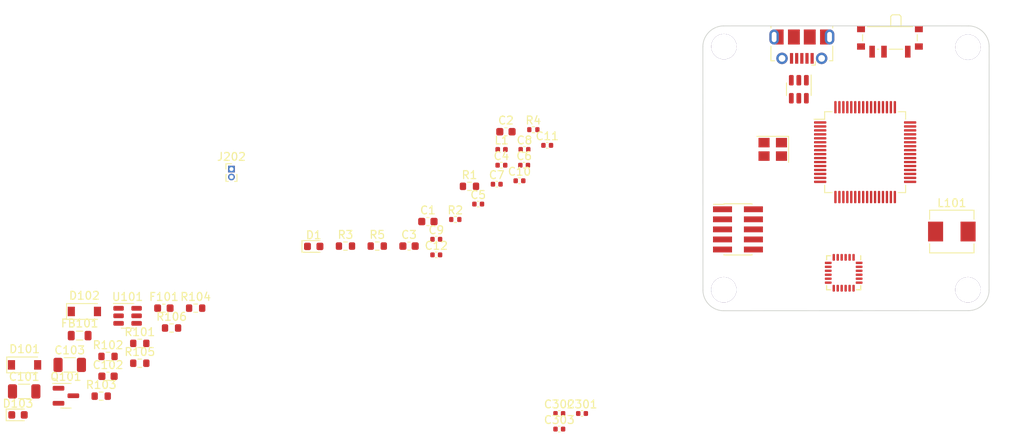
<source format=kicad_pcb>
(kicad_pcb (version 20211014) (generator pcbnew)
  (layers (0 "F.Cu" signal) (1 "In1.Cu" signal) (2 "In2.Cu" signal) (31 "B.Cu" signal) (34 "B.Paste" user) (35 "F.Paste" user) (36 "B.SilkS" user "B.Silkscreen") (37 "F.SilkS" user "F.Silkscreen") (38 "B.Mask" user) (39 "F.Mask" user) (44 "Edge.Cuts" user))
  (net 0 "")
  (net 1 "BUCK_VOUT_3V3")
  (net 2 "GND")
  (net 3 "+3.3VA")
  (net 4 "HSE_IN")
  (net 5 "BUCK_IN")
  (net 6 "BUCK_BST")
  (net 7 "BUCK_SW")
  (net 8 "Net-(C303-Pad1)")
  (net 9 "Net-(D1-Pad1)")
  (net 10 "Net-(D101-Pad1)")
  (net 11 "+5V")
  (net 12 "Net-(D103-Pad1)")
  (net 13 "Net-(F101-Pad2)")
  (net 14 "USB_CONN_D-")
  (net 15 "USB_CONN_D+")
  (net 18 "+12V")
  (net 19 "I2C1_SCL")
  (net 20 "I2C1_SDA")
  (net 21 "SWDIO")
  (net 22 "SWCLK")
  (net 23 "SWO")
  (net 26 "NRST")
  (net 27 "Net-(C1-Pad1)")
  (net 28 "Net-(C2-Pad1)")
  (net 29 "BOOT0")
  (net 30 "Net-(R2-Pad2)")
  (net 31 "HSE_OUT")
  (net 32 "BUCK_EN")
  (net 33 "BUCK_FB")
  (net 34 "Net-(R104-Pad1)")
  (net 45 "Net-(C12-Pad1)")
  (net 60 "USB_D-")
  (net 61 "USB_D+")
  (net 68 "LED0")
  (net 70 "GYRO_INT_EXTI")
  (net 78 "Net-(C302-Pad1)")
  (net 79 "MPU6000_CS_PIN")
  (net 80 "GYRO_SCK_PIN")
  (net 81 "GYRO_MISO_PIN")
  (net 82 "GYRO_MOSI_PIN")
  (footprint "Resistor_SMD:R_0603_1608Metric" (layer "F.Cu") (at 84.095 86.71)
    (fp_text reference "R103" (at 0 -1.43) (layer "F.SilkS"))
    (fp_text value "47K")
    (fp_line (start -0.237258 0.5225) (end 0.237258 0.5225) (layer "F.SilkS") (width 0.12))
    (fp_line (start -0.237258 -0.5225) (end 0.237258 -0.5225) (layer "F.SilkS") (width 0.12))
    (pad "1" smd roundrect (at -0.825 0) (size 0.8 0.95) (layers "F.Cu" "F.Paste" "F.Mask") (net 33 "BUCK_FB"))
    (pad "2" smd roundrect (at 0.825 0) (size 0.8 0.95) (layers "F.Cu" "F.Paste" "F.Mask") (net 1 "BUCK_VOUT_3V3"))
  )
  (footprint "Capacitor_SMD:C_0402_1005Metric" (layer "F.Cu") (at 137.515 55.54)
    (fp_text reference "C8" (at 0 -1.16) (layer "F.SilkS"))
    (fp_text value "100n")
    (fp_line (start -0.107836 -0.36) (end 0.107836 -0.36) (layer "F.SilkS") (width 0.12))
    (fp_line (start -0.107836 0.36) (end 0.107836 0.36) (layer "F.SilkS") (width 0.12))
    (pad "1" smd roundrect (at -0.48 0) (size 0.56 0.62) (layers "F.Cu" "F.Paste" "F.Mask") (net 1 "BUCK_VOUT_3V3"))
    (pad "2" smd roundrect (at 0.48 0) (size 0.56 0.62) (layers "F.Cu" "F.Paste" "F.Mask") (net 2 "GND"))
  )
  (footprint "Diode_SMD:D_SOD-123" (layer "F.Cu") (at 74.425 82.76)
    (fp_text reference "D101" (at 0 -2) (layer "F.SilkS"))
    (fp_text value "B5819W")
    (fp_line (start -2.25 -1) (end 1.65 -1) (layer "F.SilkS") (width 0.12))
    (fp_line (start -2.25 -1) (end -2.25 1) (layer "F.SilkS") (width 0.12))
    (fp_line (start -2.25 1) (end 1.65 1) (layer "F.SilkS") (width 0.12))
    (pad "1" smd rect (at -1.65 0) (size 0.9 1.2) (layers "F.Cu" "F.Paste" "F.Mask") (net 10 "Net-(D101-Pad1)"))
    (pad "2" smd rect (at 1.65 0) (size 0.9 1.2) (layers "F.Cu" "F.Paste" "F.Mask") (net 11 "+5V"))
  )
  (footprint "Capacitor_SMD:C_0402_1005Metric" (layer "F.Cu") (at 131.675 62.44)
    (fp_text reference "C5" (at 0 -1.16) (layer "F.SilkS"))
    (fp_text value "100n")
    (fp_line (start -0.107836 0.36) (end 0.107836 0.36) (layer "F.SilkS") (width 0.12))
    (fp_line (start -0.107836 -0.36) (end 0.107836 -0.36) (layer "F.SilkS") (width 0.12))
    (pad "1" smd roundrect (at -0.48 0) (size 0.56 0.62) (layers "F.Cu" "F.Paste" "F.Mask") (net 1 "BUCK_VOUT_3V3"))
    (pad "2" smd roundrect (at 0.48 0) (size 0.56 0.62) (layers "F.Cu" "F.Paste" "F.Mask") (net 2 "GND"))
  )
  (footprint "Resistor_SMD:R_0402_1005Metric" (layer "F.Cu") (at 128.785 64.39)
    (fp_text reference "R2" (at 0 -1.17) (layer "F.SilkS"))
    (fp_text value "10K")
    (fp_line (start -0.153641 -0.38) (end 0.153641 -0.38) (layer "F.SilkS") (width 0.12))
    (fp_line (start -0.153641 0.38) (end 0.153641 0.38) (layer "F.SilkS") (width 0.12))
    (pad "1" smd roundrect (at -0.51 0) (size 0.54 0.64) (layers "F.Cu" "F.Paste" "F.Mask") (net 29 "BOOT0"))
    (pad "2" smd roundrect (at 0.51 0) (size 0.54 0.64) (layers "F.Cu" "F.Paste" "F.Mask") (net 30 "Net-(R2-Pad2)"))
  )
  (footprint "Fuse:Fuse_0603_1608Metric" (layer "F.Cu") (at 92.005 75.59)
    (fp_text reference "F101" (at 0 -1.43) (layer "F.SilkS"))
    (fp_text value "250mA")
    (fp_line (start -0.162779 -0.51) (end 0.162779 -0.51) (layer "F.SilkS") (width 0.12))
    (fp_line (start -0.162779 0.51) (end 0.162779 0.51) (layer "F.SilkS") (width 0.12))
    (pad "1" smd roundrect (at -0.7875 0) (size 0.875 0.95) (layers "F.Cu" "F.Paste" "F.Mask") (net 10 "Net-(D101-Pad1)"))
    (pad "2" smd roundrect (at 0.7875 0) (size 0.875 0.95) (layers "F.Cu" "F.Paste" "F.Mask") (net 13 "Net-(F101-Pad2)"))
  )
  (footprint "Capacitor_SMD:C_0402_1005Metric" (layer "F.Cu") (at 137.475 57.53)
    (fp_text reference "C6" (at 0 -1.16) (layer "F.SilkS"))
    (fp_text value "100n")
    (fp_line (start -0.107836 0.36) (end 0.107836 0.36) (layer "F.SilkS") (width 0.12))
    (fp_line (start -0.107836 -0.36) (end 0.107836 -0.36) (layer "F.SilkS") (width 0.12))
    (pad "1" smd roundrect (at -0.48 0) (size 0.56 0.62) (layers "F.Cu" "F.Paste" "F.Mask") (net 1 "BUCK_VOUT_3V3"))
    (pad "2" smd roundrect (at 0.48 0) (size 0.56 0.62) (layers "F.Cu" "F.Paste" "F.Mask") (net 2 "GND"))
  )
  (footprint "Capacitor_SMD:C_0402_1005Metric" (layer "F.Cu") (at 126.385 68.86)
    (fp_text reference "C12" (at 0 -1.16) (layer "F.SilkS"))
    (fp_text value "12p")
    (fp_line (start -0.107836 -0.36) (end 0.107836 -0.36) (layer "F.SilkS") (width 0.12))
    (fp_line (start -0.107836 0.36) (end 0.107836 0.36) (layer "F.SilkS") (width 0.12))
    (pad "1" smd roundrect (at -0.48 0) (size 0.56 0.62) (layers "F.Cu" "F.Paste" "F.Mask") (net 45 "Net-(C12-Pad1)"))
    (pad "2" smd roundrect (at 0.48 0) (size 0.56 0.62) (layers "F.Cu" "F.Paste" "F.Mask") (net 2 "GND"))
  )
  (footprint "Capacitor_SMD:C_0402_1005Metric" (layer "F.Cu") (at 134.605 57.53)
    (fp_text reference "C4" (at 0 -1.16) (layer "F.SilkS"))
    (fp_text value "100n")
    (fp_line (start -0.107836 0.36) (end 0.107836 0.36) (layer "F.SilkS") (width 0.12))
    (fp_line (start -0.107836 -0.36) (end 0.107836 -0.36) (layer "F.SilkS") (width 0.12))
    (pad "1" smd roundrect (at -0.48 0) (size 0.56 0.62) (layers "F.Cu" "F.Paste" "F.Mask") (net 1 "BUCK_VOUT_3V3"))
    (pad "2" smd roundrect (at 0.48 0) (size 0.56 0.62) (layers "F.Cu" "F.Paste" "F.Mask") (net 2 "GND"))
  )
  (footprint "Capacitor_SMD:C_0402_1005Metric" (layer "F.Cu") (at 141.91 90.87)
    (fp_text reference "C303" (at 0 -1.16) (layer "F.SilkS"))
    (fp_text value "22n")
    (fp_line (start -0.107836 0.36) (end 0.107836 0.36) (layer "F.SilkS") (width 0.12))
    (fp_line (start -0.107836 -0.36) (end 0.107836 -0.36) (layer "F.SilkS") (width 0.12))
    (pad "1" smd roundrect (at -0.48 0) (size 0.56 0.62) (layers "F.Cu" "F.Paste" "F.Mask") (net 8 "Net-(C303-Pad1)"))
    (pad "2" smd roundrect (at 0.48 0) (size 0.56 0.62) (layers "F.Cu" "F.Paste" "F.Mask") (net 2 "GND"))
  )
  (footprint "Crystal:Crystal_SMD_3225-4Pin_3.2x2.5mm" (layer "F.Cu") (at 168.85 55.53 180)
    (fp_text reference "Y1")
    (fp_text value "16MHz")
    (fp_line (start -2 1.65) (end 2 1.65) (layer "F.SilkS") (width 0.12))
    (fp_line (start -2 -1.65) (end -2 1.65) (layer "F.SilkS") (width 0.12))
    (pad "1" smd rect (at -1.1 0.85 180) (size 1.4 1.2) (layers "F.Cu" "F.Paste" "F.Mask") (net 4 "HSE_IN"))
    (pad "2" smd rect (at 1.1 0.85 180) (size 1.4 1.2) (layers "F.Cu" "F.Paste" "F.Mask") (net 2 "GND"))
    (pad "3" smd rect (at 1.1 -0.85 180) (size 1.4 1.2) (layers "F.Cu" "F.Paste" "F.Mask") (net 45 "Net-(C12-Pad1)"))
    (pad "4" smd rect (at -1.1 -0.85 180) (size 1.4 1.2) (layers "F.Cu" "F.Paste" "F.Mask") (net 2 "GND"))
  )
  (footprint "Package_TO_SOT_SMD:SOT-23-6" (layer "F.Cu") (at 87.425 76.56)
    (fp_text reference "U101" (at 0 -2.4) (layer "F.SilkS"))
    (fp_text value "MP2359DJ-LF-Z")
    (fp_line (start 0 -1.56) (end 0.8 -1.56) (layer "F.SilkS") (width 0.12))
    (fp_line (start 0 1.56) (end 0.8 1.56) (layer "F.SilkS") (width 0.12))
    (fp_line (start 0 1.56) (end -0.8 1.56) (layer "F.SilkS") (width 0.12))
    (fp_line (start 0 -1.56) (end -1.8 -1.56) (layer "F.SilkS") (width 0.12))
    (pad "1" smd roundrect (at -1.1375 -0.95) (size 1.325 0.6) (layers "F.Cu" "F.Paste" "F.Mask") (net 6 "BUCK_BST"))
    (pad "2" smd roundrect (at -1.1375 0) (size 1.325 0.6) (layers "F.Cu" "F.Paste" "F.Mask") (net 2 "GND"))
    (pad "3" smd roundrect (at -1.1375 0.95) (size 1.325 0.6) (layers "F.Cu" "F.Paste" "F.Mask") (net 33 "BUCK_FB"))
    (pad "4" smd roundrect (at 1.1375 0.95) (size 1.325 0.6) (layers "F.Cu" "F.Paste" "F.Mask") (net 32 "BUCK_EN"))
    (pad "5" smd roundrect (at 1.1375 0) (size 1.325 0.6) (layers "F.Cu" "F.Paste" "F.Mask") (net 5 "BUCK_IN"))
    (pad "6" smd roundrect (at 1.1375 -0.95) (size 1.325 0.6) (layers "F.Cu" "F.Paste" "F.Mask") (net 7 "BUCK_SW"))
  )
  (footprint "Capacitor_SMD:C_0603_1608Metric" (layer "F.Cu") (at 84.955 84.2)
    (fp_text reference "C102" (at 0 -1.43) (layer "F.SilkS"))
    (fp_text value "10n")
    (fp_line (start -0.14058 0.51) (end 0.14058 0.51) (layer "F.SilkS") (width 0.12))
    (fp_line (start -0.14058 -0.51) (end 0.14058 -0.51) (layer "F.SilkS") (width 0.12))
    (pad "1" smd roundrect (at -0.775 0) (size 0.9 0.95) (layers "F.Cu" "F.Paste" "F.Mask") (net 6 "BUCK_BST"))
    (pad "2" smd roundrect (at 0.775 0) (size 0.9 0.95) (layers "F.Cu" "F.Paste" "F.Mask") (net 7 "BUCK_SW"))
  )
  (footprint "Sensor_Motion:InvenSense_QFN-24_4x4mm_P0.5mm" (layer "F.Cu") (at 177.8 71.12 -90)
    (fp_text reference "U301")
    (fp_text value "MPU-6000")
    (fp_line (start -2.15 2.15) (end -2.15 1.625) (layer "F.SilkS") (width 0.15))
    (fp_line (start 2.15 -2.15) (end 1.625 -2.15) (layer "F.SilkS") (width 0.15))
    (fp_line (start 2.15 -2.15) (end 2.15 -1.625) (layer "F.SilkS") (width 0.15))
    (fp_line (start -2.15 2.15) (end -1.625 2.15) (layer "F.SilkS") (width 0.15))
    (fp_line (start -2.15 -2.15) (end -1.625 -2.15) (layer "F.SilkS") (width 0.15))
    (fp_line (start 2.15 2.15) (end 2.15 1.625) (layer "F.SilkS") (width 0.15))
    (fp_line (start 2.15 2.15) (end 1.625 2.15) (layer "F.SilkS") (width 0.15))
    (pad "1" smd roundrect (at -1.95 -1.25 270) (size 0.85 0.3) (layers "F.Cu" "F.Paste" "F.Mask") (net 2 "GND"))
    (pad "2" smd roundrect (at -1.95 -0.75 270) (size 0.85 0.3) (layers "F.Cu" "F.Paste" "F.Mask"))
    (pad "3" smd roundrect (at -1.95 -0.25 270) (size 0.85 0.3) (layers "F.Cu" "F.Paste" "F.Mask"))
    (pad "4" smd roundrect (at -1.95 0.25 270) (size 0.85 0.3) (layers "F.Cu" "F.Paste" "F.Mask"))
    (pad "5" smd roundrect (at -1.95 0.75 270) (size 0.85 0.3) (layers "F.Cu" "F.Paste" "F.Mask"))
    (pad "6" smd roundrect (at -1.95 1.25 270) (size 0.85 0.3) (layers "F.Cu" "F.Paste" "F.Mask"))
    (pad "7" smd roundrect (at -1.25 1.95) (size 0.85 0.3) (layers "F.Cu" "F.Paste" "F.Mask"))
    (pad "8" smd roundrect (at -0.75 1.95) (size 0.85 0.3) (layers "F.Cu" "F.Paste" "F.Mask") (net 79 "MPU6000_CS_PIN"))
    (pad "9" smd roundrect (at -0.25 1.95) (size 0.85 0.3) (layers "F.Cu" "F.Paste" "F.Mask") (net 81 "GYRO_MISO_PIN"))
    (pad "10" smd roundrect (at 0.25 1.95) (size 0.85 0.3) (layers "F.Cu" "F.Paste" "F.Mask") (net 78 "Net-(C302-Pad1)"))
    (pad "11" smd roundrect (at 0.75 1.95) (size 0.85 0.3) (layers "F.Cu" "F.Paste" "F.Mask") (net 2 "GND"))
    (pad "12" smd roundrect (at 1.25 1.95) (size 0.85 0.3) (layers "F.Cu" "F.Paste" "F.Mask") (net 70 "GYRO_INT_EXTI"))
    (pad "13" smd roundrect (at 1.95 1.25 270) (size 0.85 0.3) (layers "F.Cu" "F.Paste" "F.Mask") (net 1 "BUCK_VOUT_3V3"))
    (pad "14" smd roundrect (at 1.95 0.75 270) (size 0.85 0.3) (layers "F.Cu" "F.Paste" "F.Mask"))
    (pad "15" smd roundrect (at 1.95 0.25 270) (size 0.85 0.3) (layers "F.Cu" "F.Paste" "F.Mask"))
    (pad "16" smd roundrect (at 1.95 -0.25 270) (size 0.85 0.3) (layers "F.Cu" "F.Paste" "F.Mask"))
    (pad "17" smd roundrect (at 1.95 -0.75 270) (size 0.85 0.3) (layers "F.Cu" "F.Paste" "F.Mask"))
    (pad "18" smd roundrect (at 1.95 -1.25 270) (size 0.85 0.3) (layers "F.Cu" "F.Paste" "F.Mask") (net 2 "GND"))
    (pad "19" smd roundrect (at 1.25 -1.95) (size 0.85 0.3) (layers "F.Cu" "F.Paste" "F.Mask"))
    (pad "20" smd roundrect (at 0.75 -1.95) (size 0.85 0.3) (layers "F.Cu" "F.Paste" "F.Mask") (net 8 "Net-(C303-Pad1)"))
    (pad "21" smd roundrect (at 0.25 -1.95) (size 0.85 0.3) (layers "F.Cu" "F.Paste" "F.Mask"))
    (pad "22" smd roundrect (at -0.25 -1.95) (size 0.85 0.3) (layers "F.Cu" "F.Paste" "F.Mask"))
    (pad "23" smd roundrect (at -0.75 -1.95) (size 0.85 0.3) (layers "F.Cu" "F.Paste" "F.Mask") (net 80 "GYRO_SCK_PIN"))
    (pad "24" smd roundrect (at -1.25 -1.95) (size 0.85 0.3) (layers "F.Cu" "F.Paste" "F.Mask") (net 82 "GYRO_MOSI_PIN"))
  )
  (footprint "Connector_USB:USB_Micro-B_Molex-105017-0001" (layer "F.Cu") (at 172.52 42.57 180)
    (fp_text reference "J201")
    (fp_text value "USB_B_Micro")
    (fp_line (start -3.9 2.6375) (end -3.9 2.3875) (layer "F.SilkS") (width 0.12))
    (fp_line (start 3.9 0.0875) (end 3.9 -1.7625) (layer "F.SilkS") (width 0.12))
    (fp_line (start -3.9 0.0875) (end -3.9 -1.7625) (layer "F.SilkS") (width 0.12))
    (fp_line (start -1.7 -2.3125) (end -1.7 -1.8625) (layer "F.SilkS") (width 0.12))
    (fp_line (start -1.7 -2.3125) (end -1.25 -2.3125) (layer "F.SilkS") (width 0.12))
    (fp_line (start 3.9 -1.7625) (end 3.45 -1.7625) (layer "F.SilkS") (width 0.12))
    (fp_line (start -3.9 -1.7625) (end -3.45 -1.7625) (layer "F.SilkS") (width 0.12))
    (fp_line (start 3.9 2.6375) (end 3.9 2.3875) (layer "F.SilkS") (width 0.12))
    (pad "1" smd rect (at -1.3 -1.4625 180) (size 0.4 1.35) (layers "F.Cu" "F.Paste" "F.Mask") (net 11 "+5V"))
    (pad "2" smd rect (at -0.65 -1.4625 180) (size 0.4 1.35) (layers "F.Cu" "F.Paste" "F.Mask") (net 14 "USB_CONN_D-"))
    (pad "3" smd rect (at 0 -1.4625 180) (size 0.4 1.35) (layers "F.Cu" "F.Paste" "F.Mask") (net 15 "USB_CONN_D+"))
    (pad "4" smd rect (at 0.65 -1.4625 180) (size 0.4 1.35) (layers "F.Cu" "F.Paste" "F.Mask"))
    (pad "5" smd rect (at 1.3 -1.4625 180) (size 0.4 1.35) (layers "F.Cu" "F.Paste" "F.Mask") (net 2 "GND"))
    (pad "6" thru_hole oval (at -3.5 1.2375) (size 1.2 1.9) (drill oval 0.6 1.3) (layers *.Cu *.Mask))
    (pad "6" smd rect (at -1 1.2375 180) (size 1.5 1.9) (layers "F.Cu" "F.Paste" "F.Mask"))
    (pad "6" smd rect (at 2.9 1.2375 180) (size 1.2 1.9) (layers "F.Cu" "F.Mask"))
    (pad "6" thru_hole circle (at 2.5 -1.4625 180) (size 1.45 1.45) (drill 0.85) (layers *.Cu *.Mask))
    (pad "6" smd rect (at 1 1.2375 180) (size 1.5 1.9) (layers "F.Cu" "F.Paste" "F.Mask"))
    (pad "6" thru_hole circle (at -2.5 -1.4625 180) (size 1.45 1.45) (drill 0.85) (layers *.Cu *.Mask))
    (pad "6" smd rect (at -2.9 1.2375 180) (size 1.2 1.9) (layers "F.Cu" "F.Mask"))
    (pad "6" thru_hole oval (at 3.5 1.2375 180) (size 1.2 1.9) (drill oval 0.6 1.3) (layers *.Cu *.Mask))
  )
  (footprint "Capacitor_SMD:C_0402_1005Metric" (layer "F.Cu") (at 141.91 88.9)
    (fp_text reference "C302" (at 0 -1.16) (layer "F.SilkS"))
    (fp_text value "100n")
    (fp_line (start -0.107836 0.36) (end 0.107836 0.36) (layer "F.SilkS") (width 0.12))
    (fp_line (start -0.107836 -0.36) (end 0.107836 -0.36) (layer "F.SilkS") (width 0.12))
    (pad "1" smd roundrect (at -0.48 0) (size 0.56 0.62) (layers "F.Cu" "F.Paste" "F.Mask") (net 78 "Net-(C302-Pad1)"))
    (pad "2" smd roundrect (at 0.48 0) (size 0.56 0.62) (layers "F.Cu" "F.Paste" "F.Mask") (net 2 "GND"))
  )
  (footprint "Capacitor_SMD:C_0603_1608Metric" (layer "F.Cu") (at 125.325 64.65)
    (fp_text reference "C1" (at 0 -1.43) (layer "F.SilkS"))
    (fp_text value "2u2")
    (fp_line (start -0.14058 0.51) (end 0.14058 0.51) (layer "F.SilkS") (width 0.12))
    (fp_line (start -0.14058 -0.51) (end 0.14058 -0.51) (layer "F.SilkS") (width 0.12))
    (pad "1" smd roundrect (at -0.775 0) (size 0.9 0.95) (layers "F.Cu" "F.Paste" "F.Mask") (net 27 "Net-(C1-Pad1)"))
    (pad "2" smd roundrect (at 0.775 0) (size 0.9 0.95) (layers "F.Cu" "F.Paste" "F.Mask") (net 2 "GND"))
  )
  (footprint "Capacitor_SMD:C_0402_1005Metric" (layer "F.Cu") (at 126.385 66.89)
    (fp_text reference "C9" (at 0 -1.16) (layer "F.SilkS"))
    (fp_text value "1u")
    (fp_line (start -0.107836 0.36) (end 0.107836 0.36) (layer "F.SilkS") (width 0.12))
    (fp_line (start -0.107836 -0.36) (end 0.107836 -0.36) (layer "F.SilkS") (width 0.12))
    (pad "1" smd roundrect (at -0.48 0) (size 0.56 0.62) (layers "F.Cu" "F.Paste" "F.Mask") (net 3 "+3.3VA"))
    (pad "2" smd roundrect (at 0.48 0) (size 0.56 0.62) (layers "F.Cu" "F.Paste" "F.Mask") (net 2 "GND"))
  )
  (footprint "Package_TO_SOT_SMD:SOT-23-6" (layer "F.Cu") (at 172.14 47.93 -90)
    (fp_text reference "U201")
    (fp_text value "USBLC6-2SC6")
    (fp_line (start 0 1.56) (end 0.8 1.56) (layer "F.SilkS") (width 0.12))
    (fp_line (start 0 -1.56) (end -1.8 -1.56) (layer "F.SilkS") (width 0.12))
    (fp_line (start 0 -1.56) (end 0.8 -1.56) (layer "F.SilkS") (width 0.12))
    (fp_line (start 0 1.56) (end -0.8 1.56) (layer "F.SilkS") (width 0.12))
    (pad "1" smd roundrect (at -1.1375 -0.95 270) (size 1.325 0.6) (layers "F.Cu" "F.Paste" "F.Mask") (net 14 "USB_CONN_D-"))
    (pad "2" smd roundrect (at -1.1375 0 270) (size 1.325 0.6) (layers "F.Cu" "F.Paste" "F.Mask") (net 2 "GND"))
    (pad "3" smd roundrect (at -1.1375 0.95 270) (size 1.325 0.6) (layers "F.Cu" "F.Paste" "F.Mask") (net 15 "USB_CONN_D+"))
    (pad "4" smd roundrect (at 1.1375 0.95 270) (size 1.325 0.6) (layers "F.Cu" "F.Paste" "F.Mask") (net 61 "USB_D+"))
    (pad "5" smd roundrect (at 1.1375 0 270) (size 1.325 0.6) (layers "F.Cu" "F.Paste" "F.Mask") (net 11 "+5V"))
    (pad "6" smd roundrect (at 1.1375 -0.95 270) (size 1.325 0.6) (layers "F.Cu" "F.Paste" "F.Mask") (net 60 "USB_D-"))
  )
  (footprint "LED_SMD:LED_0603_1608Metric" (layer "F.Cu") (at 73.595 89.08)
    (fp_text reference "D103" (at 0 -1.43) (layer "F.SilkS"))
    (fp_text value "RED")
    (fp_line (start -1.485 -0.735) (end -1.485 0.735) (layer "F.SilkS") (width 0.12))
    (fp_line (start -1.485 0.735) (end 0.8 0.735) (layer "F.SilkS") (width 0.12))
    (fp_line (start 0.8 -0.735) (end -1.485 -0.735) (layer "F.SilkS") (width 0.12))
    (pad "1" smd roundrect (at -0.7875 0) (size 0.875 0.95) (layers "F.Cu" "F.Paste" "F.Mask") (net 12 "Net-(D103-Pad1)"))
    (pad "2" smd roundrect (at 0.7875 0) (size 0.875 0.95) (layers "F.Cu" "F.Paste" "F.Mask") (net 1 "BUCK_VOUT_3V3"))
  )
  (footprint "Resistor_SMD:R_0603_1608Metric" (layer "F.Cu") (at 130.575 60.2)
    (fp_text reference "R1" (at 0 -1.43) (layer "F.SilkS"))
    (fp_text value "1K5")
    (fp_line (start -0.237258 -0.5225) (end 0.237258 -0.5225) (layer "F.SilkS") (width 0.12))
    (fp_line (start -0.237258 0.5225) (end 0.237258 0.5225) (layer "F.SilkS") (width 0.12))
    (pad "1" smd roundrect (at -0.825 0) (size 0.8 0.95) (layers "F.Cu" "F.Paste" "F.Mask") (net 2 "GND"))
    (pad "2" smd roundrect (at 0.825 0) (size 0.8 0.95) (layers "F.Cu" "F.Paste" "F.Mask") (net 9 "Net-(D1-Pad1)"))
  )
  (footprint "Resistor_SMD:R_0402_1005Metric" (layer "F.Cu") (at 138.635 53.04)
    (fp_text reference "R4" (at 0 -1.17) (layer "F.SilkS"))
    (fp_text value "47")
    (fp_line (start -0.153641 0.38) (end 0.153641 0.38) (layer "F.SilkS") (width 0.12))
    (fp_line (start -0.153641 -0.38) (end 0.153641 -0.38) (layer "F.SilkS") (width 0.12))
    (pad "1" smd roundrect (at -0.51 0) (size 0.54 0.64) (layers "F.Cu" "F.Paste" "F.Mask") (net 31 "HSE_OUT"))
    (pad "2" smd roundrect (at 0.51 0) (size 0.54 0.64) (layers "F.Cu" "F.Paste" "F.Mask") (net 45 "Net-(C12-Pad1)"))
  )
  (footprint "Diode_SMD:D_SOD-123" (layer "F.Cu") (at 81.975 76.01)
    (fp_text reference "D102" (at 0 -2) (layer "F.SilkS"))
    (fp_text value "B5819W")
    (fp_line (start -2.25 -1) (end -2.25 1) (layer "F.SilkS") (width 0.12))
    (fp_line (start -2.25 -1) (end 1.65 -1) (layer "F.SilkS") (width 0.12))
    (fp_line (start -2.25 1) (end 1.65 1) (layer "F.SilkS") (width 0.12))
    (pad "1" smd rect (at -1.65 0) (size 0.9 1.2) (layers "F.Cu" "F.Paste" "F.Mask") (net 7 "BUCK_SW"))
    (pad "2" smd rect (at 1.65 0) (size 0.9 1.2) (layers "F.Cu" "F.Paste" "F.Mask") (net 2 "GND"))
  )
  (footprint "LED_SMD:LED_0603_1608Metric" (layer "F.Cu") (at 110.915 67.79)
    (fp_text reference "D1" (at 0 -1.43) (layer "F.SilkS"))
    (fp_text value "BLUE")
    (fp_line (start -1.485 0.735) (end 0.8 0.735) (layer "F.SilkS") (width 0.12))
    (fp_line (start -1.485 -0.735) (end -1.485 0.735) (layer "F.SilkS") (width 0.12))
    (fp_line (start 0.8 -0.735) (end -1.485 -0.735) (layer "F.SilkS") (width 0.12))
    (pad "1" smd roundrect (at -0.7875 0) (size 0.875 0.95) (layers "F.Cu" "F.Paste" "F.Mask") (net 9 "Net-(D1-Pad1)"))
    (pad "2" smd roundrect (at 0.7875 0) (size 0.875 0.95) (layers "F.Cu" "F.Paste" "F.Mask") (net 68 "LED0"))
  )
  (footprint "Inductor_SMD:L_0805_2012Metric" (layer "F.Cu") (at 81.375 79.06)
    (fp_text reference "FB101" (at 0 -1.55) (layer "F.SilkS"))
    (fp_text value "600 @ 600MHz")
    (fp_line (start -0.399622 -0.56) (end 0.399622 -0.56) (layer "F.SilkS") (width 0.12))
    (fp_line (start -0.399622 0.56) (end 0.399622 0.56) (layer "F.SilkS") (width 0.12))
    (pad "1" smd roundrect (at -1.0625 0) (size 0.875 1.2) (layers "F.Cu" "F.Paste" "F.Mask") (net 13 "Net-(F101-Pad2)"))
    (pad "2" smd roundrect (at 1.0625 0) (size 0.875 1.2) (layers "F.Cu" "F.Paste" "F.Mask") (net 5 "BUCK_IN"))
  )
  (footprint "Resistor_SMD:R_0603_1608Metric" (layer "F.Cu") (at 96.015 75.59)
    (fp_text reference "R104" (at 0 -1.43) (layer "F.SilkS"))
    (fp_text value "15K")
    (fp_line (start -0.237258 0.5225) (end 0.237258 0.5225) (layer "F.SilkS") (width 0.12))
    (fp_line (start -0.237258 -0.5225) (end 0.237258 -0.5225) (layer "F.SilkS") (width 0.12))
    (pad "1" smd roundrect (at -0.825 0) (size 0.8 0.95) (layers "F.Cu" "F.Paste" "F.Mask") (net 34 "Net-(R104-Pad1)"))
    (pad "2" smd roundrect (at 0.825 0) (size 0.8 0.95) (layers "F.Cu" "F.Paste" "F.Mask") (net 33 "BUCK_FB"))
  )
  (footprint "Capacitor_SMD:C_1206_3216Metric" (layer "F.Cu") (at 74.375 86.11)
    (fp_text reference "C101" (at 0 -1.85) (layer "F.SilkS"))
    (fp_text value "10U")
    (fp_line (start -0.711252 0.91) (end 0.711252 0.91) (layer "F.SilkS") (width 0.12))
    (fp_line (start -0.711252 -0.91) (end 0.711252 -0.91) (layer "F.SilkS") (width 0.12))
    (pad "1" smd roundrect (at -1.475 0) (size 1.15 1.8) (layers "F.Cu" "F.Paste" "F.Mask") (roundrect_rratio 0.217391) (net 5 "BUCK_IN"))
    (pad "2" smd roundrect (at 1.475 0) (size 1.15 1.8) (layers "F.Cu" "F.Paste" "F.Mask") (roundrect_rratio 0.217391) (net 2 "GND"))
  )
  (footprint "Resistor_SMD:R_0603_1608Metric" (layer "F.Cu") (at 92.975 78.1)
    (fp_text reference "R106" (at 0 -1.43) (layer "F.SilkS"))
    (fp_text value "1K")
    (fp_line (start -0.237258 0.5225) (end 0.237258 0.5225) (layer "F.SilkS") (width 0.12))
    (fp_line (start -0.237258 -0.5225) (end 0.237258 -0.5225) (layer "F.SilkS") (width 0.12))
    (pad "1" smd roundrect (at -0.825 0) (size 0.8 0.95) (layers "F.Cu" "F.Paste" "F.Mask") (net 2 "GND"))
    (pad "2" smd roundrect (at 0.825 0) (size 0.8 0.95) (layers "F.Cu" "F.Paste" "F.Mask") (net 12 "Net-(D103-Pad1)"))
  )
  (footprint "Capacitor_SMD:C_0402_1005Metric" (layer "F.Cu") (at 140.385 55.02)
    (fp_text reference "C11" (at 0 -1.16) (layer "F.SilkS"))
    (fp_text value "10n")
    (fp_line (start -0.107836 0.36) (end 0.107836 0.36) (layer "F.SilkS") (width 0.12))
    (fp_line (start -0.107836 -0.36) (end 0.107836 -0.36) (layer "F.SilkS") (width 0.12))
    (pad "1" smd roundrect (at -0.48 0) (size 0.56 0.62) (layers "F.Cu" "F.Paste" "F.Mask") (net 3 "+3.3VA"))
    (pad "2" smd roundrect (at 0.48 0) (size 0.56 0.62) (layers "F.Cu" "F.Paste" "F.Mask") (net 2 "GND"))
  )
  (footprint "Capacitor_SMD:C_1206_3216Metric" (layer "F.Cu") (at 80.125 82.76)
    (fp_text reference "C103" (at 0 -1.85) (layer "F.SilkS"))
    (fp_text value "22u")
    (fp_line (start -0.711252 -0.91) (end 0.711252 -0.91) (layer "F.SilkS") (width 0.12))
    (fp_line (start -0.711252 0.91) (end 0.711252 0.91) (layer "F.SilkS") (width 0.12))
    (pad "1" smd roundrect (at -1.475 0) (size 1.15 1.8) (layers "F.Cu" "F.Paste" "F.Mask") (roundrect_rratio 0.217391) (net 2 "GND"))
    (pad "2" smd roundrect (at 1.475 0) (size 1.15 1.8) (layers "F.Cu" "F.Paste" "F.Mask") (roundrect_rratio 0.217391) (net 1 "BUCK_VOUT_3V3"))
  )
  (footprint "Capacitor_SMD:C_0402_1005Metric" (layer "F.Cu") (at 136.885 59.5)
    (fp_text reference "C10" (at 0 -1.16) (layer "F.SilkS"))
    (fp_text value "12p")
    (fp_line (start -0.107836 -0.36) (end 0.107836 -0.36) (layer "F.SilkS") (width 0.12))
    (fp_line (start -0.107836 0.36) (end 0.107836 0.36) (layer "F.SilkS") (width 0.12))
    (pad "1" smd roundrect (at -0.48 0) (size 0.56 0.62) (layers "F.Cu" "F.Paste" "F.Mask") (net 4 "HSE_IN"))
    (pad "2" smd roundrect (at 0.48 0) (size 0.56 0.62) (layers "F.Cu" "F.Paste" "F.Mask") (net 2 "GND"))
  )
  (footprint "MountingHole:MountingHole_3.2mm_M3" (layer "F.Cu") (at 193.48 73.27)
    (fp_text reference "H201")
    (fp_text value "MountingHole_Pad")
    (pad "" thru_hole circle (at 0 0) (size 3.2 3.2) (drill 3.2) (layers *.Cu *.Mask))
  )
  (footprint "Connector_PinHeader_1.27mm:PinHeader_2x05_P1.27mm_Vertical_SMD" (layer "F.Cu") (at 164.46 65.64)
    (fp_text reference "J203")
    (fp_text value "SWD_CONN")
    (fp_line (start -1.765 3.235) (end 1.765 3.235) (layer "F.SilkS") (width 0.12))
    (fp_line (start -1.765 -3.235) (end -1.765 -3.17) (layer "F.SilkS") (width 0.12))
    (fp_line (start -1.765 -3.235) (end 1.765 -3.235) (layer "F.SilkS") (width 0.12))
    (fp_line (start -1.765 3.17) (end -1.765 3.235) (layer "F.SilkS") (width 0.12))
    (fp_line (start -3.09 -3.17) (end -1.765 -3.17) (layer "F.SilkS") (width 0.12))
    (fp_line (start 1.765 3.17) (end 1.765 3.235) (layer "F.SilkS") (width 0.12))
    (fp_line (start 1.765 -3.235) (end 1.765 -3.17) (layer "F.SilkS") (width 0.12))
    (pad "1" smd rect (at -1.95 -2.54) (size 2.4 0.74) (layers "F.Cu" "F.Paste" "F.Mask") (net 1 "BUCK_VOUT_3V3"))
    (pad "2" smd rect (at 1.95 -2.54) (size 2.4 0.74) (layers "F.Cu" "F.Paste" "F.Mask") (net 21 "SWDIO"))
    (pad "3" smd rect (at -1.95 -1.27) (size 2.4 0.74) (layers "F.Cu" "F.Paste" "F.Mask") (net 2 "GND"))
    (pad "4" smd rect (at 1.95 -1.27) (size 2.4 0.74) (layers "F.Cu" "F.Paste" "F.Mask") (net 22 "SWCLK"))
    (pad "5" smd rect (at -1.95 0) (size 2.4 0.74) (layers "F.Cu" "F.Paste" "F.Mask") (net 2 "GND"))
    (pad "6" smd rect (at 1.95 0) (size 2.4 0.74) (layers "F.Cu" "F.Paste" "F.Mask") (net 23 "SWO"))
    (pad "7" smd rect (at -1.95 1.27) (size 2.4 0.74) (layers "F.Cu" "F.Paste" "F.Mask"))
    (pad "8" smd rect (at 1.95 1.27) (size 2.4 0.74) (layers "F.Cu" "F.Paste" "F.Mask"))
    (pad "9" smd rect (at -1.95 2.54) (size 2.4 0.74) (layers "F.Cu" "F.Paste" "F.Mask") (net 2 "GND"))
    (pad "10" smd rect (at 1.95 2.54) (size 2.4 0.74) (layers "F.Cu" "F.Paste" "F.Mask") (net 26 "NRST"))
  )
  (footprint "Capacitor_SMD:C_0603_1608Metric" (layer "F.Cu") (at 135.175 53.3)
    (fp_text reference "C2" (at 0 -1.43) (layer "F.SilkS"))
    (fp_text value "2u2")
    (fp_line (start -0.14058 -0.51) (end 0.14058 -0.51) (layer "F.SilkS") (width 0.12))
    (fp_line (start -0.14058 0.51) (end 0.14058 0.51) (layer "F.SilkS") (width 0.12))
    (pad "1" smd roundrect (at -0.775 0) (size 0.9 0.95) (layers "F.Cu" "F.Paste" "F.Mask") (net 28 "Net-(C2-Pad1)"))
    (pad "2" smd roundrect (at 0.775 0) (size 0.9 0.95) (layers "F.Cu" "F.Paste" "F.Mask") (net 2 "GND"))
  )
  (footprint "MountingHole:MountingHole_3.2mm_M3" (layer "F.Cu") (at 193.49 42.62)
    (fp_text reference "H203")
    (fp_text value "MountingHole_Pad")
    (pad "" thru_hole circle (at 0 0) (size 3.2 3.2) (drill 3.2) (layers *.Cu *.Mask))
  )
  (footprint "Capacitor_SMD:C_0603_1608Metric" (layer "F.Cu") (at 122.945 67.75)
    (fp_text reference "C3" (at 0 -1.43) (layer "F.SilkS"))
    (fp_text value "4u7")
    (fp_line (start -0.14058 0.51) (end 0.14058 0.51) (layer "F.SilkS") (width 0.12))
    (fp_line (start -0.14058 -0.51) (end 0.14058 -0.51) (layer "F.SilkS") (width 0.12))
    (pad "1" smd roundrect (at -0.775 0) (size 0.9 0.95) (layers "F.Cu" "F.Paste" "F.Mask") (net 1 "BUCK_VOUT_3V3"))
    (pad "2" smd roundrect (at 0.775 0) (size 0.9 0.95) (layers "F.Cu" "F.Paste" "F.Mask") (net 2 "GND"))
  )
  (footprint "Capacitor_SMD:C_0402_1005Metric" (layer "F.Cu") (at 134.015 59.93)
    (fp_text reference "C7" (at 0 -1.16) (layer "F.SilkS"))
    (fp_text value "100n")
    (fp_line (start -0.107836 -0.36) (end 0.107836 -0.36) (layer "F.SilkS") (width 0.12))
    (fp_line (start -0.107836 0.36) (end 0.107836 0.36) (layer "F.SilkS") (width 0.12))
    (pad "1" smd roundrect (at -0.48 0) (size 0.56 0.62) (layers "F.Cu" "F.Paste" "F.Mask") (net 1 "BUCK_VOUT_3V3"))
    (pad "2" smd roundrect (at 0.48 0) (size 0.56 0.62) (layers "F.Cu" "F.Paste" "F.Mask") (net 2 "GND"))
  )
  (footprint "MountingHole:MountingHole_3.2mm_M3" (layer "F.Cu") (at 162.69 42.54)
    (fp_text reference "H204")
    (fp_text value "MountingHole_Pad")
    (pad "" thru_hole circle (at 0 0) (size 3.2 3.2) (drill 3.2) (layers *.Cu *.Mask))
  )
  (footprint "Inductor_SMD:L_Sunlord_MWSA0518_5.4x5.2mm" (layer "F.Cu") (at 191.45 65.91)
    (fp_text reference "L101" (at 0 -3.6) (layer "F.SilkS"))
    (fp_text value "10u")
    (fp_line (start -2.8 2.7) (end -2.8 1.55) (layer "F.SilkS") (width 0.12))
    (fp_line (start -2.8 -2.7) (end -2.8 -1.55) (layer "F.SilkS") (width 0.12))
    (fp_line (start 2.8 2.7) (end 2.8 1.55) (layer "F.SilkS") (width 0.12))
    (fp_line (start -2.8 2.7) (end 2.8 2.7) (layer "F.SilkS") (width 0.12))
    (fp_line (start -2.8 -2.7) (end 2.8 -2.7) (layer "F.SilkS") (width 0.12))
    (fp_line (start 2.8 -2.7) (end 2.8 -1.55) (layer "F.SilkS") (width 0.12))
    (pad "1" smd rect (at -2.05 0) (size 1.9 2.5) (layers "F.Cu" "F.Paste" "F.Mask") (net 7 "BUCK_SW"))
    (pad "2" smd rect (at 2.05 0) (size 1.9 2.5) (layers "F.Cu" "F.Paste" "F.Mask") (net 1 "BUCK_VOUT_3V3"))
  )
  (footprint "Inductor_SMD:L_0402_1005Metric" (layer "F.Cu") (at 134.625 55.55)
    (fp_text reference "L1" (at 0 -1.17) (layer "F.SilkS"))
    (fp_text value "39n")
    (pad "1" smd roundrect (at -0.485 0) (size 0.59 0.64) (layers "F.Cu" "F.Paste" "F.Mask") (net 1 "BUCK_VOUT_3V3"))
    (pad "2" smd roundrect (at 0.485 0) (size 0.59 0.64) (layers "F.Cu" "F.Paste" "F.Mask") (net 3 "+3.3VA"))
  )
  (footprint "Capacitor_SMD:C_0402_1005Metric" (layer "F.Cu") (at 144.78 88.9)
    (fp_text reference "C301" (at 0 -1.16) (layer "F.SilkS"))
    (fp_text value "100n")
    (fp_line (start -0.107836 -0.36) (end 0.107836 -0.36) (layer "F.SilkS") (width 0.12))
    (fp_line (start -0.107836 0.36) (end 0.107836 0.36) (layer "F.SilkS") (width 0.12))
    (pad "1" smd roundrect (at -0.48 0) (size 0.56 0.62) (layers "F.Cu" "F.Paste" "F.Mask") (net 1 "BUCK_VOUT_3V3"))
    (pad "2" smd roundrect (at 0.48 0) (size 0.56 0.62) (layers "F.Cu" "F.Paste" "F.Mask") (net 2 "GND"))
  )
  (footprint "Resistor_SMD:R_0603_1608Metric" (layer "F.Cu") (at 88.965 80.04)
    (fp_text reference "R101" (at 0 -1.43) (layer "F.SilkS"))
    (fp_text value "100K")
    (fp_line (start -0.237258 0.5225) (end 0.237258 0.5225) (layer "F.SilkS") (width 0.12))
    (fp_line (start -0.237258 -0.5225) (end 0.237258 -0.5225) (layer "F.SilkS") (width 0.12))
    (pad "1" smd roundrect (at -0.825 0) (size 0.8 0.95) (layers "F.Cu" "F.Paste" "F.Mask") (net 32 "BUCK_EN"))
    (pad "2" smd roundrect (at 0.825 0) (size 0.8 0.95) (layers "F.Cu" "F.Paste" "F.Mask") (net 5 "BUCK_IN"))
  )
  (footprint "MountingHole:MountingHole_3.2mm_M3" (layer "F.Cu") (at 162.67 73.27)
    (fp_text reference "H202")
    (fp_text value "MountingHole_Pad")
    (pad "" thru_hole circle (at 0 0) (size 3.2 3.2) (drill 3.2) (layers *.Cu *.Mask))
  )
  (footprint "Resistor_SMD:R_0603_1608Metric" (layer "F.Cu") (at 118.935 67.75)
    (fp_text reference "R5" (at 0 -1.43) (layer "F.SilkS"))
    (fp_text value "2k2")
    (fp_line (start -0.237258 0.5225) (end 0.237258 0.5225) (layer "F.SilkS") (width 0.12))
    (fp_line (start -0.237258 -0.5225) (end 0.237258 -0.5225) (layer "F.SilkS") (width 0.12))
    (pad "1" smd roundrect (at -0.825 0) (size 0.8 0.95) (layers "F.Cu" "F.Paste" "F.Mask") (net 1 "BUCK_VOUT_3V3"))
    (pad "2" smd roundrect (at 0.825 0) (size 0.8 0.95) (layers "F.Cu" "F.Paste" "F.Mask") (net 20 "I2C1_SDA"))
  )
  (footprint "Package_QFP:LQFP-64_10x10mm_P0.5mm" (layer "F.Cu") (at 180.51 55.88)
    (fp_text reference "U1")
    (fp_text value "STM32F405RGT6")
    (fp_line (start -5.11 5.11) (end -5.11 4.16) (layer "F.SilkS") (width 0.12))
    (fp_line (start 5.11 -5.11) (end 5.11 -4.16) (layer "F.SilkS") (width 0.12))
    (fp_line (start -4.16 -5.11) (end -5.11 -5.11) (layer "F.SilkS") (width 0.12))
    (fp_line (start -5.11 -5.11) (end -5.11 -4.16) (layer "F.SilkS") (width 0.12))
    (fp_line (start -5.11 -4.16) (end -6.45 -4.16) (layer "F.SilkS") (width 0.12))
    (fp_line (start 4.16 -5.11) (end 5.11 -5.11) (layer "F.SilkS") (width 0.12))
    (fp_line (start -4.16 5.11) (end -5.11 5.11) (layer "F.SilkS") (width 0.12))
    (fp_line (start 5.11 5.11) (end 5.11 4.16) (layer "F.SilkS") (width 0.12))
    (fp_line (start 4.16 5.11) (end 5.11 5.11) (layer "F.SilkS") (width 0.12))
    (pad "1" smd roundrect (at -5.675 -3.75) (size 1.55 0.3) (layers "F.Cu" "F.Paste" "F.Mask") (net 1 "BUCK_VOUT_3V3"))
    (pad "2" smd roundrect (at -5.675 -3.25) (size 1.55 0.3) (layers "F.Cu" "F.Paste" "F.Mask"))
    (pad "3" smd roundrect (at -5.675 -2.75) (size 1.55 0.3) (layers "F.Cu" "F.Paste" "F.Mask"))
    (pad "4" smd roundrect (at -5.675 -2.25) (size 1.55 0.3) (layers "F.Cu" "F.Paste" "F.Mask"))
    (pad "5" smd roundrect (at -5.675 -1.75) (size 1.55 0.3) (layers "F.Cu" "F.Paste" "F.Mask") (net 4 "HSE_IN"))
    (pad "6" smd roundrect (at -5.675 -1.25) (size 1.55 0.3) (layers "F.Cu" "F.Paste" "F.Mask") (net 31 "HSE_OUT"))
    (pad "7" smd roundrect (at -5.675 -0.75) (size 1.55 0.3) (layers "F.Cu" "F.Paste" "F.Mask") (net 26 "NRST"))
    (pad "8" smd roundrect (at -5.675 -0.25) (size 1.55 0.3) (layers "F.Cu" "F.Paste" "F.Mask"))
    (pad "9" smd roundrect (at -5.675 0.25) (size 1.55 0.3) (layers "F.Cu" "F.Paste" "F.Mask"))
    (pad "10" smd roundrect (at -5.675 0.75) (size 1.55 0.3) (layers "F.Cu" "F.Paste" "F.Mask"))
    (pad "11" smd roundrect (at -5.675 1.25) (size 1.55 0.3) (layers "F.Cu" "F.Paste" "F.Mask"))
    (pad "12" smd roundrect (at -5.675 1.75) (size 1.55 0.3) (layers "F.Cu" "F.Paste" "F.Mask") (net 2 "GND"))
    (pad "13" smd roundrect (at -5.675 2.25) (size 1.55 0.3) (layers "F.Cu" "F.Paste" "F.Mask") (net 1 "BUCK_VOUT_3V3"))
    (pad "14" smd roundrect (at -5.675 2.75) (size 1.55 0.3) (layers "F.Cu" "F.Paste" "F.Mask"))
    (pad "15" smd roundrect (at -5.675 3.25) (size 1.55 0.3) (layers "F.Cu" "F.Paste" "F.Mask"))
    (pad "16" smd roundrect (at -5.675 3.75) (size 1.55 0.3) (layers "F.Cu" "F.Paste" "F.Mask"))
    (pad "17" smd roundrect (at -3.75 5.675) (size 0.3 1.55) (layers "F.Cu" "F.Paste" "F.Mask"))
    (pad "18" smd roundrect (at -3.25 5.675) (size 0.3 1.55) (layers "F.Cu" "F.Paste" "F.Mask") (net 2 "GND"))
    (pad "19" smd roundrect (at -2.75 5.675) (size 0.3 1.55) (layers "F.Cu" "F.Paste" "F.Mask") (net 1 "BUCK_VOUT_3V3"))
    (pad "20" smd roundrect (at -2.25 5.675) (size 0.3 1.55) (layers "F.Cu" "F.Paste" "F.Mask") (net 79 "MPU6000_CS_PIN"))
    (pad "21" smd roundrect (at -1.75 5.675) (size 0.3 1.55) (layers "F.Cu" "F.Paste" "F.Mask") (net 80 "GYRO_SCK_PIN"))
    (pad "22" smd roundrect (at -1.25 5.675) (size 0.3 1.55) (layers "F.Cu" "F.Paste" "F.Mask") (net 81 "GYRO_MISO_PIN"))
    (pad "23" smd roundrect (at -0.75 5.675) (size 0.3 1.55) (layers "F.Cu" "F.Paste" "F.Mask") (net 82 "GYRO_MOSI_PIN"))
    (pad "24" smd roundrect (at -0.25 5.675) (size 0.3 1.55) (layers "F.Cu" "F.Paste" "F.Mask") (net 70 "GYRO_INT_EXTI"))
    (pad "25" smd roundrect (at 0.25 5.675) (size 0.3 1.55) (layers "F.Cu" "F.Paste" "F.Mask"))
    (pad "26" smd roundrect (at 0.75 5.675) (size 0.3 1.55) (layers "F.Cu" "F.Paste" "F.Mask"))
    (pad "27" smd roundrect (at 1.25 5.675) (size 0.3 1.55) (layers "F.Cu" "F.Paste" "F.Mask"))
    (pad "28" smd roundrect (at 1.75 5.675) (size 0.3 1.55) (layers "F.Cu" "F.Paste" "F.Mask"))
    (pad "29" smd roundrect (at 2.25 5.675) (size 0.3 1.55) (layers "F.Cu" "F.Paste" "F.Mask"))
    (pad "30" smd roundrect (at 2.75 5.675) (size 0.3 1.55) (layers "F.Cu" "F.Paste" "F.Mask"))
    (pad "31" smd roundrect (at 3.25 5.675) (size 0.3 1.55) (layers "F.Cu" "F.Paste" "F.Mask") (net 27 "Net-(C1-Pad1)"))
    (pad "32" smd roundrect (at 3.75 5.675) (size 0.3 1.55) (layers "F.Cu" "F.Paste" "F.Mask") (net 1 "BUCK_VOUT_3V3"))
    (pad "33" smd roundrect (at 5.675 3.75) (size 1.55 0.3) (layers "F.Cu" "F.Paste" "F.Mask"))
    (pad "34" smd roundrect (at 5.675 3.25) (size 1.55 0.3) (layers "F.Cu" "F.Paste" "F.Mask"))
    (pad "35" smd roundrect (at 5.675 2.75) (size 1.55 0.3) (layers "F.Cu" "F.Paste" "F.Mask"))
    (pad "36" smd roundrect (at 5.675 2.25) (size 1.55 0.3) (layers "F.Cu" "F.Paste" "F.Mask"))
    (pad "37" smd roundrect (at 5.675 1.75) (size 1.55 0.3) (layers "F.Cu" "F.Paste" "F.Mask"))
    (pad "38" smd roundrect (at 5.675 1.25) (size 1.55 0.3) (layers "F.Cu" "F.Paste" "F.Mask"))
    (pad "39" smd roundrect (at 5.675 0.75) (size 1.55 0.3) (layers "F.Cu" "F.Paste" "F.Mask"))
    (pad "40" smd roundrect (at 5.675 0.25) (size 1.55 0.3) (layers "F.Cu" "F.Paste" "F.Mask"))
    (pad "41" smd roundrect (at 5.675 -0.25) (size 1.55 0.3) (layers "F.Cu" "F.Paste" "F.Mask"))
    (pad "42" smd roundrect (at 5.675 -0.75) (size 1.55 0.3) (layers "F.Cu" "F.Paste" "F.Mask"))
    (pad "43" smd roundrect (at 5.675 -1.25) (size 1.55 0.3) (layers "F.Cu" "F.Paste" "F.Mask"))
    (pad "44" smd roundrect (at 5.675 -1.75) (size 1.55 0.3) (layers "F.Cu" "F.Paste" "F.Mask") (net 60 "USB_D-"))
    (pad "45" smd roundrect (at 5.675 -2.25) (size 1.55 0.3) (layers "F.Cu" "F.Paste" "F.Mask") (net 61 "USB_D+"))
    (pad "46" smd roundrect (at 5.675 -2.75) (size 1.55 0.3) (layers "F.Cu" "F.Paste" "F.Mask") (net 21 "SWDIO"))
    (pad "47" smd roundrect (at 5.675 -3.25) (size 1.55 0.3) (layers "F.Cu" "F.Paste" "F.Mask") (net 28 "Net-(C2-Pad1)"))
    (pad "48" smd roundrect (at 5.675 -3.75) (size 1.55 0.3) (layers "F.Cu" "F.Paste" "F.Mask") (net 1 "BUCK_VOUT_3V3"))
    (pad "49" smd roundrect (at 3.75 -5.675) (size 0.3 1.55) (layers "F.Cu" "F.Paste" "F.Mask") (net 22 "SWCLK"))
    (pad "50" smd roundrect (at 3.25 -5.675) (size 0.3 1.55) (layers "F.Cu" "F.Paste" "F.Mask"))
    (pad "51" smd roundrect (at 2.75 -5.675) (size 0.3 1.55) (layers "F.Cu" "F.Paste" "F.Mask"))
    (pad "52" smd roundrect (at 2.25 -5.675) (size 0.3 1.55) (layers "F.Cu" "F.Paste" "F.Mask"))
    (pad "53" smd roundrect (at 1.75 -5.675) (size 0.3 1.55) (layers "F.Cu" "F.Paste" "F.Mask"))
    (pad "54" smd roundrect (at 1.25 -5.675) (size 0.3 1.55) (layers "F.Cu" "F.Paste" "F.Mask"))
    (pad "55" smd roundrect (at 0.75 -5.675) (size 0.3 1.55) (layers "F.Cu" "F.Paste" "F.Mask") (net 23 "SWO"))
    (pad "56" smd roundrect (at 0.25 -5.675) (size 0.3 1.55) (layers "F.Cu" "F.Paste" "F.Mask"))
    (pad "57" smd roundrect (at -0.25 -5.675) (size 0.3 1.55) (layers "F.Cu" "F.Paste" "F.Mask") (net 68 "LED0"))
    (pad "58" smd roundrect (at -0.75 -5.675) (size 0.3 1.55) (layers "F.Cu" "F.Paste" "F.Mask"))
    (pad "59" smd roundrect (at -1.25 -5.675) (size 0.3 1.55) (layers "F.Cu" "F.Paste" "F.Mask"))
    (pad "60" smd roundrect (at -1.75 -5.675) (size 0.3 1.55) (layers "F.Cu" "F.Paste" "F.Mask") (net 29 "BOOT0"))
    (pad "61" smd roundrect (at -2.25 -5.675) (size 0.3 1.55) (layers "F.Cu" "F.Paste" "F.Mask"))
    (pad "62" smd roundrect (at -2.75 -5.675) (size 0.3 1.55) (layers "F.Cu" "F.Paste" "F.Mask"))
    (pad "63" smd roundrect (at -3.25 -5.675) (size 0.3 1.55) (layers "F.Cu" "F.Paste" "F.Mask") (net 2 "GND"))
    (pad "64" smd roundrect (at -3.75 -5.675) (size 0.3 1.55) (layers "F.Cu" "F.Paste" "F.Mask") (net 1 "BUCK_VOUT_3V3"))
  )
  (footprint "Button_Switch_SMD:SW_SPDT_PCM12" (layer "F.Cu") (at 183.64 41.755 180)
    (fp_text reference "SW1")
    (fp_text value "SW_SPDT")
    (fp_line (start -0.1 3.02) (end -0.1 1.73) (layer "F.SilkS") (width 0.12))
    (fp_line (start -1.2 3.23) (end -0.3 3.23) (layer "F.SilkS") (width 0.12))
    (fp_line (start -2.85 1.73) (end 2.85 1.73) (layer "F.SilkS") (width 0.12))
    (fp_line (start 1.4 -1.12) (end 1.6 -1.12) (layer "F.SilkS") (width 0.12))
    (fp_line (start -1.4 1.73) (end -1.4 3.02) (layer "F.SilkS") (width 0.12))
    (fp_line (start -3.45 -0.07) (end -3.45 0.72) (layer "F.SilkS") (width 0.12))
    (fp_line (start 3.45 0.72) (end 3.45 -0.07) (layer "F.SilkS") (width 0.12))
    (fp_line (start -1.4 3.02) (end -1.2 3.23) (layer "F.SilkS") (width 0.12))
    (fp_line (start -0.1 3.02) (end -0.3 3.23) (layer "F.SilkS") (width 0.12))
    (fp_line (start -1.6 -1.12) (end 0.1 -1.12) (layer "F.SilkS") (width 0.12))
    (pad "" np_thru_hole circle (at -1.5 0.33 180) (size 0.9 0.9) (drill 0.9) (layers *.Cu *.Mask))
    (pad "" smd rect (at 3.65 -0.78 180) (size 1 0.8) (layers "F.Cu" "F.Paste" "F.Mask"))
    (pad "" np_thru_hole circle (at 1.5 0.33 180) (size 0.9 0.9) (drill 0.9) (layers *.Cu *.Mask))
    (pad "" smd rect (at -3.65 -0.78 180) (size 1 0.8) (layers "F.Cu" "F.Paste" "F.Mask"))
    (pad "" smd rect (at -3.65 1.43 180) (size 1 0.8) (layers "F.Cu" "F.Paste" "F.Mask"))
    (pad "" smd rect (at 3.65 1.43 180) (size 1 0.8) (layers "F.Cu" "F.Paste" "F.Mask"))
    (pad "1" smd rect (at -2.25 -1.43 180) (size 0.7 1.5) (layers "F.Cu" "F.Paste" "F.Mask") (net 1 "BUCK_VOUT_3V3"))
    (pad "2" smd rect (at 0.75 -1.43 180) (size 0.7 1.5) (layers "F.Cu" "F.Paste" "F.Mask") (net 30 "Net-(R2-Pad2)"))
    (pad "3" smd rect (at 2.25 -1.43 180) (size 0.7 1.5) (layers "F.Cu" "F.Paste" "F.Mask") (net 2 "GND"))
  )
  (footprint "Package_TO_SOT_SMD:SOT-23" (layer "F.Cu") (at 79.645 86.66)
    (fp_text reference "Q101" (at 0 -2.4) (layer "F.SilkS"))
    (fp_text value "AO3401A")
    (fp_line (start 0 1.56) (end 0.65 1.56) (layer "F.SilkS") (width 0.12))
    (fp_line (start 0 1.56) (end -0.65 1.56) (layer "F.SilkS") (width 0.12))
    (fp_line (start 0 -1.56) (end 0.65 -1.56) (layer "F.SilkS") (width 0.12))
    (fp_line (start 0 -1.56) (end -1.675 -1.56) (layer "F.SilkS") (width 0.12))
    (pad "1" smd roundrect (at -0.9375 -0.95) (size 1.475 0.6) (layers "F.Cu" "F.Paste" "F.Mask") (net 2 "GND"))
    (pad "2" smd roundrect (at -0.9375 0.95) (size 1.475 0.6) (layers "F.Cu" "F.Paste" "F.Mask") (net 10 "Net-(D101-Pad1)"))
    (pad "3" smd roundrect (at 0.9375 0) (size 1.475 0.6) (layers "F.Cu" "F.Paste" "F.Mask") (net 18 "+12V"))
  )
  (footprint "Resistor_SMD:R_0603_1608Metric" (layer "F.Cu") (at 84.955 81.69)
    (fp_text reference "R102" (at 0 -1.43) (layer "F.SilkS"))
    (fp_text value "68K")
    (fp_line (start -0.237258 -0.5225) (end 0.237258 -0.5225) (layer "F.SilkS") (width 0.12))
    (fp_line (start -0.237258 0.5225) (end 0.237258 0.5225) (layer "F.SilkS") (width 0.12))
    (pad "1" smd roundrect (at -0.825 0) (size 0.8 0.95) (layers "F.Cu" "F.Paste" "F.Mask") (net 2 "GND"))
    (pad "2" smd roundrect (at 0.825 0) (size 0.8 0.95) (layers "F.Cu" "F.Paste" "F.Mask") (net 32 "BUCK_EN"))
  )
  (footprint "Resistor_SMD:R_0603_1608Metric" (layer "F.Cu") (at 114.925 67.75)
    (fp_text reference "R3" (at 0 -1.43) (layer "F.SilkS"))
    (fp_text value "2k2")
    (fp_line (start -0.237258 -0.5225) (end 0.237258 -0.5225) (layer "F.SilkS") (width 0.12))
    (fp_line (start -0.237258 0.5225) (end 0.237258 0.5225) (layer "F.SilkS") (width 0.12))
    (pad "1" smd roundrect (at -0.825 0) (size 0.8 0.95) (layers "F.Cu" "F.Paste" "F.Mask") (net 1 "BUCK_VOUT_3V3"))
    (pad "2" smd roundrect (at 0.825 0) (size 0.8 0.95) (layers "F.Cu" "F.Paste" "F.Mask") (net 19 "I2C1_SCL"))
  )
  (footprint "Connector_PinHeader_1.00mm:PinHeader_1x02_P1.00mm_Vertical" (layer "F.Cu") (at 100.535 58.02)
    (fp_text reference "J202" (at 0 -1.56) (layer "F.SilkS"))
    (fp_text value "BATTERY")
    (fp_line (start -0.695 0) (end -0.695 -0.685) (layer "F.SilkS") (width 0.12))
    (fp_line (start 0.394493 1.56) (end 0.695 1.56) (layer "F.SilkS") (width 0.12))
    (fp_line (start 0.695 0.685) (end 0.695 1.56) (layer "F.SilkS") (width 0.12))
    (fp_line (start -0.695 1.56) (end -0.394493 1.56) (layer "F.SilkS") (width 0.12))
    (fp_line (start -0.695 0.685) (end -0.608276 0.685) (layer "F.SilkS") (width 0.12))
    (fp_line (start -0.695 -0.685) (end 0 -0.685) (layer "F.SilkS") (width 0.12))
    (fp_line (start 0.608276 0.685) (end 0.695 0.685) (layer "F.SilkS") (width 0.12))
    (fp_line (start -0.695 0.685) (end -0.695 1.56) (layer "F.SilkS") (width 0.12))
    (pad "1" thru_hole rect (at 0 0) (size 0.85 0.85) (drill 0.5) (layers *.Cu *.Mask) (net 18 "+12V"))
    (pad "2" thru_hole oval (at 0 1) (size 0.85 0.85) (drill 0.5) (layers *.Cu *.Mask) (net 2 "GND"))
  )
  (footprint "Resistor_SMD:R_0603_1608Metric" (layer "F.Cu") (at 88.965 82.55)
    (fp_text reference "R105" (at 0 -1.43) (layer "F.SilkS"))
    (fp_text value "270")
    (fp_line (start -0.237258 0.5225) (end 0.237258 0.5225) (layer "F.SilkS") (width 0.12))
    (fp_line (start -0.237258 -0.5225) (end 0.237258 -0.5225) (layer "F.SilkS") (width 0.12))
    (pad "1" smd roundrect (at -0.825 0) (size 0.8 0.95) (layers "F.Cu" "F.Paste" "F.Mask") (net 2 "GND"))
    (pad "2" smd roundrect (at 0.825 0) (size 0.8 0.95) (layers "F.Cu" "F.Paste" "F.Mask") (net 34 "Net-(R104-Pad1)"))
  )
  (gr_arc (start 162.648478 75.92) (mid 160.810272 75.149778) (end 160.040001 73.311592) (layer "Edge.Cuts") (width 0.1))
  (gr_arc (start 193.541522 39.928478) (mid 195.386553 40.689188) (end 196.161432 42.528313) (layer "Edge.Cuts") (width 0.1))
  (gr_arc (start 196.151521 73.311522) (mid 195.386122 75.137252) (end 193.559924 75.901534) (layer "Edge.Cuts") (width 0.1))
  (gr_line (start 160.028478 42.53) (end 160.040001 73.311592) (layer "Edge.Cuts") (width 0.1))
  (gr_line (start 162.648478 75.92) (end 193.559924 75.901534) (layer "Edge.Cuts") (width 0.1))
  (gr_line (start 196.161432 42.528313) (end 196.151521 73.311522) (layer "Edge.Cuts") (width 0.1))
  (gr_line (start 176.14 39.92) (end 193.541522 39.928478) (layer "Edge.Cuts") (width 0.1))
  (gr_line (start 162.628672 39.928504) (end 176.14 39.92) (layer "Edge.Cuts") (width 0.1))
  (gr_arc (start 160.028478 42.53) (mid 160.804288 40.705227) (end 162.628672 39.928504) (layer "Edge.Cuts") (width 0.1))
)
</source>
